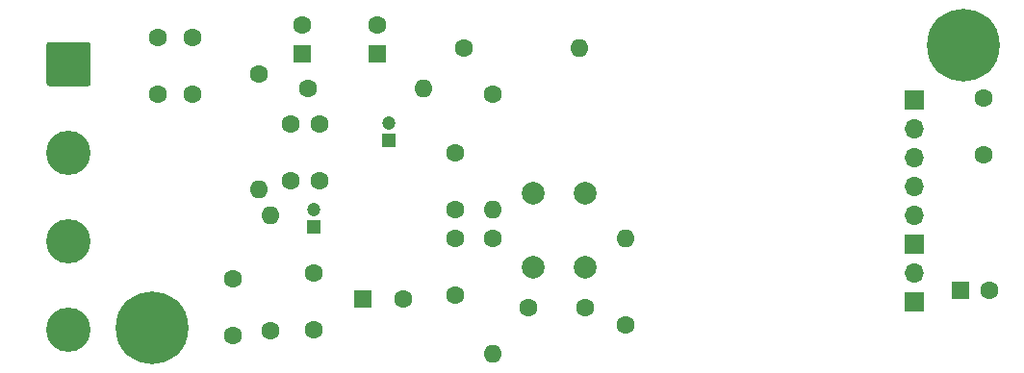
<source format=gbr>
%TF.GenerationSoftware,KiCad,Pcbnew,5.1.6-c6e7f7d~87~ubuntu20.04.1*%
%TF.CreationDate,2021-01-23T09:42:22-03:00*%
%TF.ProjectId,Modulo-completo,4d6f6475-6c6f-42d6-936f-6d706c65746f,rev?*%
%TF.SameCoordinates,Original*%
%TF.FileFunction,Copper,L1,Top*%
%TF.FilePolarity,Positive*%
%FSLAX46Y46*%
G04 Gerber Fmt 4.6, Leading zero omitted, Abs format (unit mm)*
G04 Created by KiCad (PCBNEW 5.1.6-c6e7f7d~87~ubuntu20.04.1) date 2021-01-23 09:42:22*
%MOMM*%
%LPD*%
G01*
G04 APERTURE LIST*
%TA.AperFunction,ComponentPad*%
%ADD10O,1.700000X1.700000*%
%TD*%
%TA.AperFunction,ComponentPad*%
%ADD11R,1.700000X1.700000*%
%TD*%
%TA.AperFunction,ComponentPad*%
%ADD12C,6.400000*%
%TD*%
%TA.AperFunction,ComponentPad*%
%ADD13C,1.600000*%
%TD*%
%TA.AperFunction,ComponentPad*%
%ADD14R,1.600000X1.600000*%
%TD*%
%TA.AperFunction,ComponentPad*%
%ADD15C,3.900000*%
%TD*%
%TA.AperFunction,ComponentPad*%
%ADD16O,1.600000X1.600000*%
%TD*%
%TA.AperFunction,ComponentPad*%
%ADD17C,1.200000*%
%TD*%
%TA.AperFunction,ComponentPad*%
%ADD18R,1.200000X1.200000*%
%TD*%
%TA.AperFunction,ComponentPad*%
%ADD19C,2.000000*%
%TD*%
G04 APERTURE END LIST*
D10*
%TO.P,J1,2*%
%TO.N,GND*%
X100584000Y-142240000D03*
D11*
%TO.P,J1,1*%
%TO.N,+12V*%
X100584000Y-144780000D03*
%TD*%
D12*
%TO.P,REF\u002A\u002A,1*%
%TO.N,GND*%
X104902000Y-122174000D03*
%TD*%
%TO.P,REF\u002A\u002A,1*%
%TO.N,GND*%
X33528000Y-147066000D03*
%TD*%
D13*
%TO.P,C8,2*%
%TO.N,GND*%
X55570000Y-144526000D03*
D14*
%TO.P,C8,1*%
%TO.N,+3V3*%
X52070000Y-144526000D03*
%TD*%
D13*
%TO.P,C2,2*%
%TO.N,GND*%
X34036000Y-121492000D03*
%TO.P,C2,1*%
%TO.N,+12V*%
X34036000Y-126492000D03*
%TD*%
%TO.P,C1,2*%
%TO.N,GND*%
X107148000Y-143764000D03*
D14*
%TO.P,C1,1*%
%TO.N,+12V*%
X104648000Y-143764000D03*
%TD*%
D10*
%TO.P,J3,4*%
%TO.N,+3V3*%
X100584000Y-132080000D03*
%TO.P,J3,3*%
%TO.N,Net-(J3-Pad3)*%
X100584000Y-134620000D03*
%TO.P,J3,2*%
%TO.N,Net-(J3-Pad2)*%
X100584000Y-137160000D03*
D11*
%TO.P,J3,1*%
%TO.N,GND*%
X100584000Y-139700000D03*
%TD*%
D15*
%TO.P,J2,4*%
%TO.N,/TDA7266/OUT2-*%
X26162000Y-147246000D03*
%TO.P,J2,3*%
%TO.N,/TDA7266/OUT2+*%
X26162000Y-139446000D03*
%TO.P,J2,2*%
%TO.N,/TDA7266/OUT1+*%
X26162000Y-131646000D03*
%TO.P,J2,1*%
%TO.N,/TDA7266/OUT1-*%
%TA.AperFunction,ComponentPad*%
G36*
G01*
X24462001Y-121896000D02*
X27861999Y-121896000D01*
G75*
G02*
X28112000Y-122146001I0J-250001D01*
G01*
X28112000Y-125545999D01*
G75*
G02*
X27861999Y-125796000I-250001J0D01*
G01*
X24462001Y-125796000D01*
G75*
G02*
X24212000Y-125545999I0J250001D01*
G01*
X24212000Y-122146001D01*
G75*
G02*
X24462001Y-121896000I250001J0D01*
G01*
G37*
%TD.AperFunction*%
%TD*%
D16*
%TO.P,R7,2*%
%TO.N,Net-(C18-Pad1)*%
X63500000Y-136652000D03*
D13*
%TO.P,R7,1*%
%TO.N,GND*%
X63500000Y-126492000D03*
%TD*%
D16*
%TO.P,R6,2*%
%TO.N,+12V*%
X63500000Y-149352000D03*
D13*
%TO.P,R6,1*%
%TO.N,Net-(C18-Pad1)*%
X63500000Y-139192000D03*
%TD*%
D16*
%TO.P,R5,2*%
%TO.N,Net-(C17-Pad1)*%
X42926000Y-134874000D03*
D13*
%TO.P,R5,1*%
%TO.N,/TDA7266/IN1*%
X42926000Y-124714000D03*
%TD*%
D16*
%TO.P,R4,2*%
%TO.N,Net-(C14-Pad1)*%
X43942000Y-137160000D03*
D13*
%TO.P,R4,1*%
%TO.N,/TDA7266/IN2*%
X43942000Y-147320000D03*
%TD*%
%TO.P,C18,2*%
%TO.N,GND*%
X60198000Y-131652000D03*
%TO.P,C18,1*%
%TO.N,Net-(C18-Pad1)*%
X60198000Y-136652000D03*
%TD*%
%TO.P,C17,2*%
%TO.N,GND*%
X45720000Y-129112000D03*
%TO.P,C17,1*%
%TO.N,Net-(C17-Pad1)*%
X45720000Y-134112000D03*
%TD*%
%TO.P,C15,2*%
%TO.N,GND*%
X60198000Y-144192000D03*
%TO.P,C15,1*%
%TO.N,Net-(C15-Pad1)*%
X60198000Y-139192000D03*
%TD*%
%TO.P,C14,2*%
%TO.N,GND*%
X48260000Y-129112000D03*
%TO.P,C14,1*%
%TO.N,Net-(C14-Pad1)*%
X48260000Y-134112000D03*
%TD*%
%TO.P,C13,2*%
%TO.N,GND*%
X47752000Y-147240000D03*
%TO.P,C13,1*%
%TO.N,+3V3*%
X47752000Y-142240000D03*
%TD*%
D17*
%TO.P,C12,2*%
%TO.N,GND*%
X54356000Y-129056000D03*
D18*
%TO.P,C12,1*%
%TO.N,Net-(C12-Pad1)*%
X54356000Y-130556000D03*
%TD*%
D17*
%TO.P,C11,2*%
%TO.N,Net-(C11-Pad2)*%
X47752000Y-136676000D03*
D18*
%TO.P,C11,1*%
%TO.N,Net-(C11-Pad1)*%
X47752000Y-138176000D03*
%TD*%
D19*
%TO.P,SW1,1*%
%TO.N,GND*%
X67056000Y-135232000D03*
%TO.P,SW1,2*%
%TO.N,Net-(C10-Pad1)*%
X71556000Y-135232000D03*
%TO.P,SW1,1*%
%TO.N,GND*%
X67056000Y-141732000D03*
%TO.P,SW1,2*%
%TO.N,Net-(C10-Pad1)*%
X71556000Y-141732000D03*
%TD*%
D16*
%TO.P,R3,2*%
%TO.N,Net-(C10-Pad1)*%
X75184000Y-139192000D03*
D13*
%TO.P,R3,1*%
%TO.N,+3V3*%
X75184000Y-146812000D03*
%TD*%
D16*
%TO.P,R2,2*%
%TO.N,/ESP32/13*%
X71120000Y-122428000D03*
D13*
%TO.P,R2,1*%
%TO.N,Net-(C6-Pad1)*%
X60960000Y-122428000D03*
%TD*%
D16*
%TO.P,R1,2*%
%TO.N,/ESP32/12*%
X57404000Y-125984000D03*
D13*
%TO.P,R1,1*%
%TO.N,Net-(C3-Pad1)*%
X47244000Y-125984000D03*
%TD*%
D10*
%TO.P,JP1,2*%
%TO.N,GND*%
X100584000Y-129540000D03*
D11*
%TO.P,JP1,1*%
%TO.N,Net-(JP1-Pad1)*%
X100584000Y-127000000D03*
%TD*%
D13*
%TO.P,C10,2*%
%TO.N,GND*%
X66628000Y-145288000D03*
%TO.P,C10,1*%
%TO.N,Net-(C10-Pad1)*%
X71628000Y-145288000D03*
%TD*%
%TO.P,C7,2*%
%TO.N,GND*%
X106680000Y-126826000D03*
%TO.P,C7,1*%
%TO.N,+3V3*%
X106680000Y-131826000D03*
%TD*%
%TO.P,C6,2*%
%TO.N,GND*%
X53340000Y-120436000D03*
D14*
%TO.P,C6,1*%
%TO.N,Net-(C6-Pad1)*%
X53340000Y-122936000D03*
%TD*%
D13*
%TO.P,C5,2*%
%TO.N,/TDA7266/IN2*%
X40640000Y-147748000D03*
%TO.P,C5,1*%
%TO.N,Net-(C5-Pad1)*%
X40640000Y-142748000D03*
%TD*%
%TO.P,C4,2*%
%TO.N,/TDA7266/IN1*%
X37084000Y-121492000D03*
%TO.P,C4,1*%
%TO.N,Net-(C4-Pad1)*%
X37084000Y-126492000D03*
%TD*%
%TO.P,C3,2*%
%TO.N,GND*%
X46736000Y-120436000D03*
D14*
%TO.P,C3,1*%
%TO.N,Net-(C3-Pad1)*%
X46736000Y-122936000D03*
%TD*%
M02*

</source>
